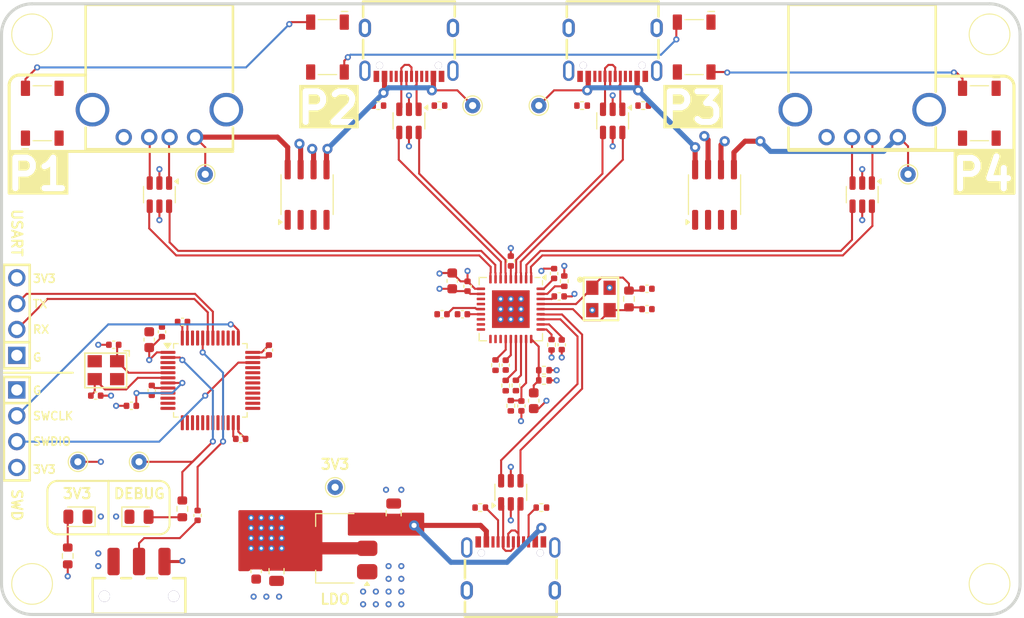
<source format=kicad_pcb>
(kicad_pcb (version 20241229) (generator "pcbnew") (generator_version "9.0")
  (layers (0 "F.Cu" signal) (4 "In1.Cu" signal) (6 "In2.Cu" signal) (2 "B.Cu" signal) (13 "F.Paste" user) (15 "B.Paste" user) (5 "F.SilkS" user "F.Silkscreen") (7 "B.SilkS" user "B.Silkscreen") (1 "F.Mask" user) (3 "B.Mask" user) (25 "Edge.Cuts" user))
  (net 0 "")
  (net 1 "+3V3")
  (net 2 "GND")
  (net 3 "Net-(U1-XTALOUT)")
  (net 4 "Net-(U1-VBUS_DET)")
  (net 5 "Net-(U1-PLLFILT)")
  (net 6 "Net-(U1-XTALIN{slash}CLKIN)")
  (net 7 "Net-(U1-CRFILT)")
  (net 8 "VBUS")
  (net 9 "Net-(U1-RESET_N)")
  (net 10 "/NRST")
  (net 11 "/HSE_IN")
  (net 12 "/HSE_OUT")
  (net 13 "/PWR_LED")
  (net 14 "/DEBUG_LED")
  (net 15 "/LED_DATA")
  (net 16 "Net-(D3-DOUT)")
  (net 17 "Net-(D4-DOUT)")
  (net 18 "Net-(D5-DOUT)")
  (net 20 "Net-(J1-D--PadA7)")
  (net 21 "Net-(J1-D+-PadA6)")
  (net 22 "Net-(J1-CC2)")
  (net 25 "Net-(J1-CC1)")
  (net 26 "Net-(J2-D--PadA7)")
  (net 27 "Net-(J2-D+-PadA6)")
  (net 28 "Net-(J2-CC2)")
  (net 29 "Net-(J2-CC1)")
  (net 30 "VBUS_1")
  (net 33 "Net-(J3-CC1)")
  (net 35 "Net-(J3-CC2)")
  (net 36 "Net-(J3-D--PadA7)")
  (net 37 "VBUS_2")
  (net 39 "Net-(J3-D+-PadA6)")
  (net 40 "Net-(J4-D+)")
  (net 41 "VBUS_3")
  (net 42 "Net-(J4-D-)")
  (net 43 "Net-(J5-D+)")
  (net 44 "VBUS_4")
  (net 45 "Net-(J5-D-)")
  (net 46 "/USART_TX")
  (net 47 "/USART_RX")
  (net 48 "/SWCLK")
  (net 49 "/SWDIO")
  (net 50 "Net-(U1-HS_IND{slash}CFG_SEL1)")
  (net 51 "Net-(U1-RBIAS)")
  (net 52 "Net-(U1-SUSP_IND{slash}LOCAL_PWR{slash}NON_REM0)")
  (net 53 "Net-(U1-SDA{slash}SMBDATA{slash}NON_REM1)")
  (net 54 "Net-(U1-SCL{slash}SMBCLK{slash}CFG_SEL0)")
  (net 55 "/SW_BOOT0")
  (net 56 "/BOOT0")
  (net 57 "/DEBUG")
  (net 58 "/DOWN_3_D+")
  (net 59 "/EN2")
  (net 60 "/DOWN_4_D+")
  (net 61 "/DOWN_2_D-")
  (net 62 "/UP_D+")
  (net 63 "/DOWN_4_D-")
  (net 64 "/DOWN_1_D+")
  (net 65 "/OCS_N3")
  (net 66 "/DOWN_1_D-")
  (net 67 "/OCS_N4")
  (net 68 "/EN3")
  (net 69 "/UP_D-")
  (net 70 "/OCS_N2")
  (net 71 "/DOWN_3_D-")
  (net 72 "/EN1")
  (net 73 "/DOWN_2_D+")
  (net 74 "/OCS_N1")
  (net 75 "/EN4")
  (footprint "Resistor_SMD:R_0603_1608Metric" (layer "F.Cu") (at 160.1 104 90)
    (property "Reference" "R9" (hide yes))
    (property "Value" "1M" (hide yes))
  )
  (footprint "libs:USB-A-TH_USB-231-ARY" (layer "F.Cu") (at 114 86.75 180)
    (property "Reference" "J4" (hide yes))
    (property "Value" "USB_A" (hide yes))
  )
  (footprint "Resistor_SMD:R_0402_1005Metric" (layer "F.Cu") (at 153.75 102.25 -90)
    (property "Reference" "R10" (hide yes))
    (property "Value" "12k" (hide yes))
  )
  (footprint "Capacitor_SMD:C_0603_1608Metric" (layer "F.Cu") (at 113 108 90)
    (property "Reference" "C15" (hide yes))
    (property "Value" "10u" (hide yes))
  )
  (footprint "Capacitor_SMD:C_0402_1005Metric" (layer "F.Cu") (at 116.27 106.25)
    (property "Reference" "C18" (hide yes))
    (property "Value" "100n" (hide yes))
  )
  (footprint "TestPoint:TestPoint_THTPad_D1.5mm_Drill0.7mm" (layer "F.Cu") (at 151.25 85)
    (property "Reference" "TP4" (hide yes))
    (property "Value" "TestPoint" (hide yes))
  )
  (footprint "Capacitor_SMD:C_0603_1608Metric" (layer "F.Cu") (at 123.5 130.75 -90)
    (property "Reference" "C1" (hide yes))
    (property "Value" "100n" (hide yes))
  )
  (footprint "Capacitor_SMD:C_0402_1005Metric" (layer "F.Cu") (at 117.75 125.27 90)
    (property "Reference" "R17" (hide yes))
    (property "Value" "10k" (hide yes))
  )
  (footprint "LED_SMD:LED_WS2812B_PLCC4_5.0x5.0mm_P3.2mm" (layer "F.Cu") (at 102.5 85.75 -90)
    (property "Reference" "D3" (hide yes))
    (property "Value" "WS2812B" (hide yes))
  )
  (footprint "MountingHole:MountingHole_2.2mm_M2" (layer "F.Cu") (at 195.5 78)
    (property "Reference" "H2" (hide yes))
    (property "Value" "MountingHole" (hide yes))
  )
  (footprint "Capacitor_SMD:C_0402_1005Metric" (layer "F.Cu") (at 152.75 101.5 90)
    (property "Reference" "C4" (hide yes))
    (property "Value" "100n" (hide yes))
  )
  (footprint "MountingHole:MountingHole_2.2mm_M2" (layer "F.Cu") (at 101.5 132)
    (property "Reference" "H4" (hide yes))
    (property "Value" "MountingHole" (hide yes))
  )
  (footprint "Package_SO:SOIC-8_3.9x4.9mm_P1.27mm" (layer "F.Cu") (at 168.5 93.75 90)
    (property "Reference" "U7" (hide yes))
    (property "Value" "MIC2026-1YM" (hide yes))
  )
  (footprint "Capacitor_SMD:C_0402_1005Metric" (layer "F.Cu") (at 149.54 114.51 -90)
    (property "Reference" "C14" (hide yes))
    (property "Value" "100n" (hide yes))
  )
  (footprint "TestPoint:TestPoint_THTPad_D1.5mm_Drill0.7mm" (layer "F.Cu") (at 131.25 122.5)
    (property "Reference" "TP2" (hide yes))
    (property "Value" "TestPoint" (hide yes))
  )
  (footprint "Capacitor_SMD:C_0402_1005Metric" (layer "F.Cu") (at 148.5 100.27 90)
    (property "Reference" "C3" (hide yes))
    (property "Value" "100n" (hide yes))
  )
  (footprint "Resistor_SMD:R_0603_1608Metric" (layer "F.Cu") (at 105 129.25 90)
    (property "Reference" "R5" (hide yes))
    (property "Value" "750R" (hide yes))
  )
  (footprint "Resistor_SMD:R_0402_1005Metric" (layer "F.Cu") (at 151.75 111 180)
    (property "Reference" "R6" (hide yes))
    (property "Value" "100k" (hide yes))
  )
  (footprint "Package_QFP:LQFP-48_7x7mm_P0.5mm" (layer "F.Cu") (at 119 112)
    (property "Reference" "U10" (hide yes))
    (property "Value" "STM32F103C8T6" (hide yes))
  )
  (footprint "Resistor_SMD:R_0402_1005Metric" (layer "F.Cu") (at 151.75 112)
    (property "Reference" "R7" (hide yes))
    (property "Value" "100k" (hide yes))
  )
  (footprint "libs:CRYSTAL-SMD_4P-L3.2-W2.5-BL_SIT8008BI" (layer "F.Cu") (at 157.35 104 -90)
    (property "Reference" "Y1" (hide yes))
    (property "Value" "24MHz" (hide yes))
  )
  (footprint "Capacitor_SMD:C_0402_1005Metric" (layer "F.Cu") (at 161.87 105)
    (property "Reference" "C2" (hide yes))
    (property "Value" "18p" (hide yes))
  )
  (footprint "Resistor_SMD:R_0402_1005Metric" (layer "F.Cu") (at 152.5 108.5 90)
    (property "Reference" "R14" (hide yes))
    (property "Value" "100k" (hide yes))
  )
  (footprint "libs:USB-C-SMD_TYPE-C-6PIN-2MD-073" (layer "F.Cu") (at 158.5 79.75 180)
    (property "Reference" "J3" (hide yes))
    (property "Value" "USB_C_Receptacle_USB2.0_16P" (hide yes))
  )
  (footprint "Capacitor_SMD:C_0402_1005Metric" (layer "F.Cu") (at 109.52 108.5 180)
    (property "Reference" "C24" (hide yes))
    (property "Value" "10p" (hide yes))
  )
  (footprint "Package_DFN_QFN:QFN-36-1EP_6x6mm_P0.5mm_EP3.7x3.7mm" (layer "F.Cu") (at 148.5 105 -90)
    (property "Reference" "U1" (hide yes))
    (property "Value" "USB2514B_Bi" (hide yes))
  )
  (footprint "Capacitor_SMD:C_0402_1005Metric" (layer "F.Cu") (at 148 110.5 -90)
    (property "Reference" "C5" (hide yes))
    (property "Value" "100n" (hide yes))
  )
  (footprint "Capacitor_SMD:C_0402_1005Metric" (layer "F.Cu") (at 124.75 109.02 -90)
    (property "Reference" "C17" (hide yes))
    (property "Value" "100n" (hide yes))
  )
  (footprint "libs:USB-C-SMD_TYPE-C-6PIN-2MD-073" (layer "F.Cu") (at 138.5 79.75 180)
    (property "Reference" "J2" (hide yes))
    (property "Value" "USB_C_Receptacle_USB2.0_16P" (hide yes))
  )
  (footprint "Capacitor_SMD:C_0402_1005Metric" (layer "F.Cu") (at 107.75 113.5)
    (property "Reference" "C25" (hide yes))
    (property "Value" "10p" (hide yes))
  )
  (footprint "Capacitor_SMD:C_0805_2012Metric" (layer "F.Cu") (at 137 125.05 90)
    (property "Reference" "C12" (hide yes))
    (property "Value" "22u" (hide yes))
  )
  (footprint "Capacitor_SMD:C_0402_1005Metric" (layer "F.Cu") (at 121.98 117.75 180)
    (property "Reference" "C16" (hide yes))
    (property "Value" "100n" (hide yes))
  )
  (footprint "Capacitor_SMD:C_0402_1005Metric" (layer "F.Cu") (at 143.75 105.5 180)
    (property "Reference" "C20" (hide yes))
    (property "Value" "100n" (hide yes))
  )
  (footprint "Capacitor_SMD:C_0603_1608Metric" (layer "F.Cu") (at 150.75 114 -90)
    (property "Reference" "C8" (hide yes))
    (property "Value" "1u" (hide yes))
  )
  (footprint "Resistor_SMD:R_0402_1005Metric" (layer "F.Cu") (at 147 110.5 90)
    (property "Reference" "R15" (hide yes))
    (property "Value" "100k" (hide yes))
  )
  (footprint "Resistor_SMD:R_0402_1005Metric" (layer "F.Cu") (at 148.5 114.49 -90)
    (property "Reference" "R11" (hide yes))
    (property "Value" "100k" (hide yes))
  )
  (footprint "libs:HDR-TH_4P-P2.54-V-M" (layer "F.Cu") (at 100 105.73 90)
    (property "Reference" "J7" (hide yes))
    (property "Value" "Conn_01x04_Pin" (hide yes))
  )
  (footprint "Resistor_SMD:R_0603_1608Metric" (layer "F.Cu") (at 116.25 124.625 -90)
    (property "Reference" "R18" (hide yes))
    (property "Value" "1k" (hide yes))
  )
  (footprint "LED_SMD:LED_WS2812B_PLCC4_5.0x5.0mm_P3.2mm" (layer "F.Cu") (at 166.5 79.25 90)
    (property "Reference" "D5" (hide yes))
    (property "Value" "WS2812B" (hide yes))
  )
  (footprint "Capacitor_SMD:C_0402_1005Metric" (layer "F.Cu") (at 113.25 112.98 90)
    (property "Reference" "C19" (hide yes))
    (property "Value" "100n" (hide yes))
  )
  (footprint "LED_SMD:LED_0805_2012Metric" (layer "F.Cu") (at 112 125.4)
    (property "Reference" "D2" (hide yes))
    (property "Value" "YELLOW" (hide yes))
  )
  (footprint "TestPoint:TestPoint_THTPad_D1.5mm_Drill0.7mm" (layer "F.Cu") (at 187.5 91.75)
    (property "Reference" "TP7" (hide yes))
    (property "Value" "TestPoint" (hide yes))
  )
  (footprint "Resistor_SMD:R_0402_1005Metric" (layer "F.Cu") (at 151.5 124.5)
    (property "Reference" "R2" (hide yes))
    (property "Value" "5.1k" (hide yes))
  )
  (footprint "Capacitor_SMD:C_0402_1005Metric" (layer "F.Cu") (at 153.25 103.75)
    (property "Reference" "C9" (hide yes))
    (property "Value" "100n" (hide yes))
  )
  (footprint "LED_SMD:LED_WS2812B_PLCC4_5.0x5.0mm_P3.2mm" (layer "F.Cu") (at 130.5 79.25 90)
    (property "Reference" "D4" (hide yes))
    (property "Value" "WS2812B" (hide yes))
  )
  (footprint "Capacitor_SMD:C_0603_1608Metric" (layer "F.Cu") (at 142.75 102.225 -90)
    (property "Reference" "C7" (hide yes))
    (property "Value" "1u" (hide yes))
  )
  (footprint "Resistor_SMD:R_0402_1005Metric" (layer "F.Cu") (at 161.5 85)
    (property "Reference" "R3" (hide yes))
    (property "Value" "56k" (hide yes))
  )
  (footprint "libs:USB-C-SMD_TYPE-C-6PIN-2MD-073" (layer "F.Cu") (at 148.5 130.25)
    (property "Reference" "J1" (hide yes))
    (property "Value" "USB_C_Receptacle_USB2.0_16P" (hide yes))
  )
  (footprint "TestPoint:TestPoint_THTPad_D1.5mm_Drill0.7mm" (layer "F.Cu") (at 112 120)
    (property "Reference" "TP5" (hide yes))
    (property "Value" "TestPoint" (hide yes))
  )
  (footprint "Capacitor_SMD:C_0402_1005Metric" (layer "F.Cu") (at 111.25 114.5 180)
    (property "Reference" "C23" (hide yes))
    (property "Value" "100n" (hide yes))
  )
  (footprint "Package_TO_SOT_SMD:SOT-23-6" (layer "F.Cu") (at 183 93.75 -90)
    (property "Reference" "U8" (hide yes))
    (property "Value" "USBLC6-2SC6" (hide yes))
  )
  (footprint "Resistor_SMD:R_0402_1005Metric" (layer "F.Cu") (at 145.5 124.5 180)
    (property "Reference" "R1" (hide yes))
    (property "Value" "5.1k" (hide yes))
  )
  (footprint "MountingHole:MountingHole_2.2mm_M2" (layer "F.Cu") (at 195.5 132)
    (property "Reference" "H3" (hide yes))
    (property "Value" "MountingHole" (hide yes))
  )
  (footprint "Capacitor_SMD:C_0402_1005Metric" (layer "F.Cu") (at 153.5 108.5 -90)
    (property "Reference" "C6" (hide yes))
    (property "Value" "100n" (hide yes))
  )
  (footprint "LED_SMD:LED_WS2812B_PLCC4_5.0x5.0mm_P3.2mm" (layer "F.Cu") (at 194.5 85.75 90)
    (property "Reference" "D6" (hide yes))
    (property "Value" "WS2812B" (hide yes))
  )
  (footprint "Package_TO_SOT_SMD:SOT-23-6" (layer "F.Cu") (at 138.5 86.5 -90)
    (property "Reference" "U4" (hide yes))
    (property "Value" "USBLC6-2SC6" (hide yes))
  )
  (footprint "libs:HDR-TH_4P-P2.54-V-M" (layer "F.Cu") (at 100 116.75 -90)
    (property "Reference" "J8" (hide yes))
    (property "Value" "Conn_01x04_Pin" (hide yes))
  )
  (footprint "Resistor_SMD:R_0402_1005Metric" (layer "F.Cu") (at 149 112.5 90)
    (property "Reference" "R4" (hide yes))
    (property "Value" "100k" (hide yes))
  )
  (footprint "MountingHole:MountingHole_2.2mm_M2" (layer "F.Cu") (at 101.5 78)
    (property "Reference" "H1" (hide yes))
    (property "Value" "MountingHole" (hide yes))
  )
  (footprint "Capacitor_SMD:C_0402_1005Metric" (layer "F.Cu") (at 114.25 107.23 90)
    (property "Reference" "C22" (hide yes))
    (property "Value" "100n" (hide yes))
  )
  (footprint "LED_SMD:LED_0805_2012Metric" (layer "F.Cu") (at 106 125.4 180)
    (property "Reference" "D1" (hide yes))
    (property "Value" "GREEN" (hide yes))
  )
  (footprint "Package_TO_SOT_SMD:SOT-23-6" (layer "F.Cu") (at 158.5 86.5 -90)
    (property "Reference" "U5" (hide yes))
    (property "Value" "USBLC6-2SC6" (hide yes))
  )
  (footprint "TestPoint:TestPoint_THTPad_D1.5mm_Drill0.7mm" (layer "F.Cu") (at 106 120)
    (property "Reference" "TP1" (hide yes))
    (property "Value" "TestPoint" (hide yes))
  )
  (footprint "Resistor_SMD:R_0402_1005Metric" (layer "F.Cu") (at 155.5 85 180)
    (property "Reference" "R8" (hide yes))
    (property "Value" "56k" (hide yes))
  )
  (footprint "Capacitor_SMD:C_0805_2012Metric" (layer "F.Cu") (at 125.5 130.75 -90)
    (property "Reference" "C13" (hide yes))
    (property "Value" "22u" (hide yes))
  )
  (footprint "Package_TO_SOT_SMD:SOT-23-6" (layer "F.Cu") (at 114 93.75 -90)
    (property "Reference" "U6" (hide yes))
    (property "Value" "USBLC6-2SC6" (hide yes))
  )
  (footprint "Resistor_SMD:R_0402_1005Metric" (layer "F.Cu") (at 148 112.51 90)
    (property "Reference" "R16" (hide yes))
    (property "Value" "100k" (hide yes))
  )
  (footprint "Resistor_SMD:R_0402_1005Metric" (layer "F.Cu") (at 135.5 85 180)
    (property "Reference" "R12" (hide yes))
    (property "Value" "56k" (hide yes))
  )
  (footprint "Capacitor_SMD:C_0402_1005Metric" (layer "F.Cu") (at 161.87 103)
    (property "Reference" "C10" (hide yes))
    (property "Value" "18p" (hide yes))
  )
  (footprint "TestPoint:TestPoint_THTPad_D1.5mm_Drill0.7mm" (layer "F.Cu") (at 118.5 91.75)
    (property "Reference" "TP6" (hide yes))
    (property "Value" "TestPoint" (hide yes))
  )
  (footprint "TestPoint:TestPoint_THTPad_D1.5mm_Drill0.7mm" (layer "F.Cu") (at 144.75 85)
    (property "Reference" "TP3" (hide yes))
    (property "Value" "TestPoint" (hide yes))
  )
  (footprint "Resistor_SMD:R_0402_1005Metric" (layer "F.Cu") (at 141.5 85)
    (property "Reference" "R13" (hide yes))
    (property "Value" "56k" (hide yes))
  )
  (footprint "Package_SO:SOIC-8_3.9x4.9mm_P1.27mm" (layer "F.Cu") (at 128.5 93.75 90)
    (property "Reference" "U9" (hide yes))
    (property "Value" "MIC2026-1YM" (hide yes))
  )
  (footprint "libs:SW-SMD_K3-1280S-K1" (layer "F.Cu") (at 112 129.8 -90)
    (property "Reference" "SW1" (hide yes))
    (property "Value" "SW_SPDT" (hide yes))
  )
  (footprint "libs:USB-A-TH_USB-231-ARY" (layer "F.Cu") (at 183 86.75 180)
    (property "Reference" "J5" (hide yes))
    (property "Value" "USB_A" (hide yes))
  )
  (footprint "Capacitor_SMD:C_0402_1005Metric" (layer "F.Cu") (at 144.25 102.75 -90)
    (property "Reference" "C21" (hide yes))
    (property "Value" "100n" (hide yes))
  )
  (footprint "Package_TO_SOT_SMD:SOT-23-6" (layer "F.Cu") (at 148.5 123 90)
    (property "Reference" "U3" (hide yes))
    (property "Value" "USBLC6-2SC6" (hide yes))
  )
  (footprint "libs:OSC-SMD_4P-L3.2-W2.5-BL" (layer "F.Cu") (at 108.75 111 180)
    (property "Reference" "Y2" (hide yes))
    (property "Value" "16MHz" (hide yes))
  )
  (footprint "Capacitor_SMD:C_0402_1005Metric" (layer "F.Cu") (at 141.75 105.5 180)
    (property "Reference" "C11" (hide yes))
    (property "Value" "100n" (hide yes))
  )
  (footprint "Package_TO_SOT_SMD:SOT-223-3_TabPin2" (layer "F.Cu") (at 131.25 128.5 180)
    (property "Reference" "U2" (hide yes))
    (property "Value" "AMS1117-3.3" (hide yes))
  )
  (gr_line (start 115 126.125) (end 115 122.875) (stroke (width 0.2)) (layer "F.SilkS"))
  (gr_arc (start 103 122.875) (mid 103.292893 122.167893) (end 104 121.875) (stroke (width 0.2)) (layer "F.SilkS"))
  (gr_arc (start 114 121.875) (mid 114.707107 122.167893) (end 115 122.875) (stroke (width 0.2)) (layer "F.SilkS"))
  (gr_circle (center 195.5 132) (end 197.5 132) (stroke (width 0.1)) (fill no) (layer "F.SilkS"))
  (gr_line (start 106.75 82) (end 100.25 82) (stroke (width 0.3)) (layer "F.SilkS"))
  (gr_line (start 197.9 83.1) (end 197.9 93.62) (stroke (width 0.3)) (layer "F.SilkS"))
  (gr_circle (center 101.5 132) (end 103.5 132) (stroke (width 0.1)) (fill no) (layer "F.SilkS"))
  (gr_line (start 104 121.875) (end 114 121.875) (stroke (width 0.2)) (layer "F.SilkS"))
  (gr_line (start 190.3 82.1) (end 196.8 82.1) (stroke (width 0.3)) (layer "F.SilkS"))
  (gr_arc (start 99.25 83) (mid 99.542893 82.292893) (end 100.25 82) (stroke (width 0.3)) (layer "F.SilkS"))
  (gr_line (start 175.8 89.4) (end 197.75 89.4) (stroke (width 0.3)) (layer "F.SilkS"))
  (gr_circle (center 101.5 78) (end 103.5 78) (stroke (width 0.1)) (fill no) (layer "F.SilkS"))
  (gr_line (start 109 127.125) (end 109 121.875) (stroke (width 0.2)) (layer "F.SilkS"))
  (gr_line (start 104 127.125) (end 114 127.125) (stroke (width 0.2)) (layer "F.SilkS"))
  (gr_line (start 105.5 111.25) (end 98.5 111.25) (stroke (width 0.2)) (layer "F.SilkS"))
  (gr_line (start 99.25 83) (end 99.25 93.6) (stroke (width 0.3)) (layer "F.SilkS"))
  (gr_line (start 103 126.125) (end 103 122.875) (stroke (width 0.2)) (layer "F.SilkS"))
  (gr_circle (center 195.5 78) (end 197.5 78) (stroke (width 0.1)) (fill no) (layer "F.SilkS"))
  (gr_arc (start 196.9 82.1) (mid 197.607107 82.392893) (end 197.9 83.1) (stroke (width 0.3)) (layer "F.SilkS"))
  (gr_arc (start 115 126.125) (mid 114.707107 126.832107) (end 114 127.125) (stroke (width 0.2)) (layer "F.SilkS"))
  (gr_arc (start 104 127.125) (mid 103.292893 126.832107) (end 103 126.125) (stroke (width 0.2)) (layer "F.SilkS"))
  (gr_line (start 121.2 89.5) (end 99.25 89.5) (stroke (width 0.3)) (layer "F.SilkS"))
  (gr_line (start 98.5 105) (end 98.5 132) (stroke (width 0.3)) (layer "Edge.Cuts"))
  (gr_line (start 98.5 105) (end 98.5 78) (stroke (width 0.3)) (layer "Edge.Cuts"))
  (gr_arc (start 101.5 135) (mid 99.37868 134.12132) (end 98.5 132) (stroke (width 0.3)) (layer "Edge.Cuts"))
  (gr_arc (start 198.5 132) (mid 197.62132 134.12132) (end 195.5 135) (stroke (width 0.3)) (layer "Edge.Cuts"))
  (gr_arc (start 98.5 78) (mid 99.37868 75.87868) (end 101.5 75) (stroke (width 0.3)) (layer "Edge.Cuts"))
  (gr_line (start 101.5 75) (end 195.5 75) (stroke (width 0.3)) (layer "Edge.Cuts"))
  (gr_arc (start 195.5 75) (mid 197.62132 75.87868) (end 198.5 78) (stroke (width 0.3)) (layer "Edge.Cuts"))
  (gr_line (start 101.5 135) (end 195.5 135) (stroke (width 0.3)) (layer "Edge.Cuts"))
  (gr_line (start 198.5 105) (end 198.5 78) (stroke (width 0.3)) (layer "Edge.Cuts"))
  (gr_line (start 198.5 105) (end 198.5 132) (stroke (width 0.3)) (layer "Edge.Cuts"))
  (gr_text "USART" (at 100 97.5 270) (layer "F.SilkS") (effects (font (size 1 1) (thickness 0.2) (bold yes))))
  (gr_text "P3" (at 163 87 0) (layer "F.SilkS" knockout) (effects (font (size 3 3) (thickness 0.6) (bold yes)) (justify left bottom)))
  (gr_text "G" (at 101.5 109.75 0) (layer "F.SilkS") (effects (font (size 0.8 0.8)) (justify left)))
  (gr_text "G" (at 101.5 113 0) (layer "F.SilkS") (effects (font (size 0.8 0.8)) (justify left)))
  (gr_text "LDO" (at 131.25 133.5 0) (layer "F.SilkS") (effects (font (size 1 1) (thickness 0.2) (bold yes))))
  (gr_text "SWCLK" (at 101.5 115.5 0) (layer "F.SilkS") (effects (font (size 0.8 0.8)) (justify left)))
  (gr_text "3V3\n" (at 101.5 120.75 0) (layer "F.SilkS") (effects (font (size 0.8 0.8)) (justify left)))
  (gr_text "DEBUG" (at 112.025 123.125 0) (layer "F.SilkS") (effects (font (size 1 1) (thickness 0.2) (bold yes))))
  (gr_text "RX" (at 101.5 107 0) (layer "F.SilkS") (effects (font (size 0.8 0.8)) (justify left)))
  (gr_text "3V3" (at 101.5 102 0) (layer "F.SilkS") (effects (font (size 0.8 0.8)) (justify left)))
  (gr_text "P2" (at 127.25 87 0) (layer "F.SilkS" knockout) (effects (font (size 3 3) (thickness 0.6) (bold yes)) (justify left bottom)))
  (gr_text "SWD" (at 100 124.25 270) (layer "F.SilkS") (effects (font (size 1 1) (thickness 0.2) (bold yes))))
  (gr_text "P1" (at 98.75 93.51 0) (layer "F.SilkS" knockout) (effects (font (size 3 3) (thickness 0.6) (bold yes)) (justify left bottom)))
  (gr_text "3V3" (at 105.925 123.125 0) (layer "F.SilkS") (effects (font (size 1 1) (thickness 0.2) (bold yes))))
  (gr_text "SWDIO" (at 101.5 118 0) (layer "F.SilkS") (effects (font (size 0.8 0.8)) (justify left)))
  (gr_text "P4" (at 191.5 93.53 0) (layer "F.SilkS" knockout) (effects (font (size 3 3) (thickness 0.6) (bold yes)) (justify left bottom)))
  (gr_text "3V3" (at 131.25 120.25 0) (layer "F.SilkS") (effects (font (size 1 1) (thickness 0.2) (bold yes))))
  (gr_text "TX" (at 101.5 104.5 0) (layer "F.SilkS") (effects (font (size 0.8 0.8)) (justify left)))
  (segment (start 116.2 129.8) (end 116.25 129.75) (width 0.3) (layer "F.Cu") (net 1))
  (segment (start 153.5 107.740001) (end 152.259999 106.5) (width 0.2) (layer "F.Cu") (net 1))
  (segment (start 105 130.075) (end 105 131.25) (width 0.2) (layer "F.Cu") (net 1))
  (segment (start 113.75 109.25) (end 114.8375 109.25) (width 0.2) (layer "F.Cu") (net 1))
  (segment (start 113 110) (end 113.75 109.25) (width 0.2) (layer "F.Cu") (net 1))
  (segment (start 123.1625 109.25) (end 124.04 109.25) (width 0.2) (layer "F.Cu") (net 1))
  (segment (start 116.25 106.71) (end 115.79 106.25) (width 0.2) (layer "F.Cu") (net 1))
  (segment (start 143.57 102.27) (end 142.75 101.45) (width 0.2) (layer "F.Cu") (net 1))
  (segment (start 151.73 103) (end 152.75 101.98) (width 0.2) (layer "F.Cu") (net 1))
  (segment (start 113 108.775) (end 113 110) (width 0.2) (layer "F.Cu") (net 1))
  (segment (start 144.25 102.27) (end 143.57 102.27) (width 0.2) (layer "F.Cu") (net 1))
  (segment (start 141.55 101.45) (end 141.5 101.5) (width 0.2) (layer "F.Cu") (net 1))
  (segment (start 121.75 116.1625) (end 121.75 117.04) (width 0.2) (layer "F.Cu") (net 1))
  (segment (start 134.4 128.5) (end 128.1 128.5) (width 1.2) (layer "F.Cu") (net 1))
  (segment (start 142.75 101.45) (end 141.55 101.45) (width 0.2) (layer "F.Cu") (net 1))
  (segment (start 144.23 105.5) (end 145.5625 105.5) (width 0.2) (layer "F.Cu") (net 1))
  (segment (start 121.75 117.04) (end 122.46 117.75) (width 0.2) (layer "F.Cu") (net 1))
  (segment (start 148.5 102.0625) (end 148.5 100.75) (width 0.2) (layer "F.Cu") (net 1))
  (segment (start 153.5 108.02) (end 153.5 107.740001) (width 0.2) (layer "F.Cu") (net 1))
  (segment (start 144.25 102.27) (end 144.25 101.25) (width 0.2) (layer "F.Cu") (net 1))
  (segment (start 116.25 107.8375) (end 116.25 106.71) (width 0.2) (layer "F.Cu") (net 1))
  (segment (start 124.04 109.25) (end 124.75 108.54) (width 0.2) (layer "F.Cu") (net 1))
  (segment (start 113 108.775) (end 113.185 108.775) (width 0.2) (layer "F.Cu") (net 1))
  (segment (start 113.25 113.46) (end 113.46 113.25) (width 0.2) (layer "F.Cu") (net 1))
  (segment (start 151.4375 103) (end 151.73 103) (width 0.2) (layer "F.Cu") (net 1))
  (segment (start 113.185 108.775) (end 114.25 107.71) (width 0.2) (layer "F.Cu") (net 1))
  (segment (start 148 110.02) (end 148.5 109.52) (width 0.2) (layer "F.Cu") (net 1))
  (segment (start 144.98 103) (end 144.25 102.27) (width 0.2) (layer "F.Cu") (net 1))
  (segment (start 145.5625 103) (end 144.98 103) (width 0.2) (layer "F.Cu") (net 1))
  (segment (start 152.259999 106.5) (end 151.4375 106.5) (width 0.2) (layer "F.Cu") (net 1))
  (segment (start 148.5 109.52) (end 148.5 107.9375) (width 0.2) (layer "F.Cu") (net 1))
  (segment (start 114.5 129.8) (end 116.2 129.8) (width 0.3) (layer "F.Cu") (net 1))
  (segment (start 113.46 113.25) (end 114.8375 113.25) (width 0.2) (layer "F.Cu") (net 1))
  (via (at 125 128.5) (size 0.6) (drill 0.3) (layers "F.Cu" "B.Cu") (net 1))
  (via (at 123 128.5) (size 0.6) (drill 0.3) (layers "F.Cu" "B.Cu") (net 1))
  (via (at 126 126.5) (size 0.6) (drill 0.3) (layers "F.Cu" "B.Cu") (net 1))
  (via (at 126 127.5) (size 0.6) (drill 0.3) (layers "F.Cu" "B.Cu") (net 1))
  (via (at 123 125.5) (size 0.6) (drill 0.3) (layers "F.Cu" "B.Cu") (net 1))
  (via (at 124 127.5) (size 0.6) (drill 0.3) (layers "F.Cu" "B.Cu") (net 1))
  (via (at 124 126.5) (size 0.6) (drill 0.3) (layers "F.Cu" "B.Cu") (net 1))
  (via (at 123 126.5) (size 0.6) (drill 0.3) (layers "F.Cu" "B.Cu") (net 1))
  (via (at 113 110) (size 0.6) (drill 0.3) (layers "F.Cu" "B.Cu") (net 1))
  (via (at 124 128.5) (size 0.6) (drill 0.3) (layers "F.Cu" "B.Cu") (net 1))
  (via (at 116.25 129.75) (size 0.6) (drill 0.3) (layers "F.Cu" "B.Cu") (net 1))
  (via (at 124 125.5) (size 0.6) (drill 0.3) (layers "F.Cu" "B.Cu") (net 1))
  (via (at 126 128.5) (size 0.6) (drill 0.3) (layers "F.Cu" "B.Cu") (net 1))
  (via (at 144.25 101.25) (size 0.6) (drill 0.3) (layers "F.Cu" "B.Cu") (net 1))
  (via (at 141.5 101.5) (size 0.6) (drill 0.3) (layers "F.Cu" "B.Cu") (net 1))
  (via (at 125 127.5) (size 0.6) (drill 0.3) (layers "F.Cu" "B.Cu") (net 1))
  (via (at 123 127.5) (size 0.6) (drill 0.3) (layers "F.Cu" "B.Cu") (net 1))
  (via (at 105 131.25) (size 0.6) (drill 0.3) (layers "F.Cu" "B.Cu") (net 1))
  (via (at 125 125.5) (size 0.6) (drill 0.3) (layers "F.Cu" "B.Cu") (net 1))
  (via (at 126 125.5) (size 0.6) (drill 0.3) (layers "F.Cu" "B.Cu") (net 1))
  (via (at 125 126.5) (size 0.6) (drill 0.3) (layers "F.Cu" "B.Cu") (net 1))
  (segment (start 151.73 101.02) (end 151.5 101.25) (width 0.2) (layer "F.Cu") (net 2))
  (segment (start 150.75 114.775) (end 151.225 114.775) (width 0.2) (layer "F.Cu") (net 2))
  (segment (start 148.5 124.1375) (end 148.5 125.75) (width 0.2) (layer "F.Cu") (net 2))
  (segment (start 124.75 109.5) (end 124.5 109.75) (width 0.2) (layer "F.Cu") (net 2))
  (segment (start 124.5 109.75) (end 123.1625 109.75) (width 0.2) (layer "F.Cu") (net 2))
  (segment (start 151.225 114.775) (end 152 114) (width 0.2) (layer "F.Cu") (net 2))
  (segment (start 144.25 103.23) (end 142.98 103.23) (width 0.2) (layer "F.Cu") (net 2))
  (segment (start 153.5 108.98) (end 153.5 109.75) (width 0.2) (layer "F.Cu") (net 2))
  (segment (start 152.75 101.02) (end 151.73 101.02) (width 0.2) (layer "F.Cu") (net 2))
  (segment (start 116.75 106.25) (end 116.75 107.8375) (width 0.2) (layer "F.Cu") (net 2))
  (segment (start 158.5 85.3625) (end 158.5 84) (width 0.2) (layer "F.Cu") (net 2))
  (segment (start 129.135 89.385) (end 129 89.25) (width 0.5) (layer "F.Cu") (net 2))
  (segment (start 149.54 114.99) (end 149.54 115.96) (width 0.2) (layer "F.Cu") (net 2))
  (segment (start 153.75 101.74) (end 153.75 100.75) (width 0.2) (layer "F.Cu") (net 2))
  (segment (start 110.77 114.5) (end 109.75 114.5) (width 0.2) (layer "F.Cu") (net 2))
  (segment (start 114 92.6125) (end 114 91.25) (width 0.2) (layer "F.Cu") (net 2))
  (segment (start 154.5 103.75) (end 154.75 103.5) (width 0.2) (layer "F.Cu") (net 2))
  (segment (start 152.5 109.01) (end 152.5 109.75) (width 0.2) (layer "F.Cu") (net 2))
  (segment (start 138.5 85.3625) (end 138.5 84) (width 0.2) (layer "F.Cu") (net 2))
  (segment (start 153.73 103.75) (end 154.5 103.75) (width 0.2) (layer "F.Cu") (net 2))
  (segment (start 169.135 91.275) (end 169.135 88.865) (width 0.5) (layer "F.Cu") (net 2))
  (segment (start 152.26 111) (end 153 111) (width 0.2) (layer "F.Cu") (net 2))
  (segment (start 145.5625 103.5) (end 144.52 103.5) (width 0.2) (layer "F.Cu") (net 2))
  (segment (start 121.25 117.5) (end 121.25 116.1625) (width 0.2) (layer "F.Cu") (net 2))
  (segment (start 113.5 112.75) (end 114.8375 112.75) (width 0.2) (layer "F.Cu") (net 2))
  (segment (start 142.75 103) (end 141.5 103) (width 0.2) (layer "F.Cu") (net 2))
  (segment (start 108.23 113.5) (end 109.25 113.5) (width 0.2) (layer "F.Cu") (net 2))
  (segment (start 129.135 91.275) (end 129.135 89.385) (width 0.5) (layer "F.Cu") (net 2))
  (segment (start 113.25 112.5) (end 113.5 112.75) (width 0.2) (layer "F.Cu") (net 2))
  (segment (start 148.5 99.79) (end 148.5 99) (width 0.2) (layer "F.Cu") (net 2))
  (segment (start 144.52 103.5) (end 144.25 103.23) (width 0.2) (layer "F.Cu") (net 2))
  (segment (start 149.54 115.96) (end 149.5 116) (width 0.2) (layer "F.Cu") (net 2))
  (segment (start 142.98 103.23) (end 142.75 103) (width 0.2) (layer "F.Cu") (net 2))
  (segment (start 121.5 117.75) (end 121.25 117.5) (width 0.2) (layer "F.Cu") (net 2))
  (segment (start 169.135 88.865) (end 169.5 88.5) (width 0.5) (layer "F.Cu") (net 2))
  (segment (start 109.04 108.5) (end 108 108.5) (width 0.2) (layer "F.Cu") (net 2))
  (segment (start 183 92.6125) (end 183 91.25) (width 0.2) (layer "F.Cu") (net 2))
  (via (at 134 132.75) (size 0.6) (drill 0.3) (layers "F.Cu" "B.Cu") (net 2))
  (via (at 108 130.25) (size 0.6) (drill 0.3) (layers "F.Cu" "B.Cu") (net 2))
  (via (at 136.5 134) (size 0.6) (drill 0.3) (layers "F.Cu" "B.Cu") (net 2))
  (via (at 134 134) (size 0.6) (drill 0.3) (layers "F.Cu" "B.Cu") (net 2))
  (via (at 114 91.25) (size 0.6) (drill 0.3) (layers "F.Cu" "B.Cu") (net 2))
  (via (at 136.5 131.5) (size 0.6) (drill 0.3) (layers "F.Cu" "B.Cu") (net 2))
  (via (at 141.5 103) (size 0.6) (drill 0.3) (layers "F.Cu" "B.Cu") (net 2))
  (via (at 152.5 109.75) (size 0.6) (drill 0.3) (layers "F.Cu" "B.Cu") (net 2))
  (via (at 147.5 105) (size 0.6) (drill 0.3) (layers "F.Cu" "B.Cu") (net 2))
  (via (at 149.5 104) (size 0.6) (drill 0.3) (layers "F.Cu" "B.Cu") (net 2))
  (via (at 136.5 130.25) (size 0.6) (drill 0.3) (layers "F.Cu" "B.Cu") (net 2))
  (via (at 158.5 84) (size 0.6) (drill 0.3) (layers "F.Cu" "B.Cu") (net 2))
  (via (at 148.5 105) (size 0.6) (drill 0.3) (layers "F.Cu" "B.Cu") (net 2))
  (via (at 136.5 132.75) (size 0.6) (drill 0.3) (layers "F.Cu" "B.Cu") (net 2))
  (via (at 153 111) (size 0.6) (drill 0.3) (layers "F.Cu" "B.Cu") (net 2))
  (via (at 156.5 105.1) (size 0.6) (drill 0.3) (layers "F.Cu" "B.Cu") (net 2))
  (via (at 149.5 106) (size 0.6) (drill 0.3) (layers "F.Cu" "B.Cu") (net 2))
  (via (at 109.75 125.375) (size 0.6) (drill 0.3) (layers "F.Cu" "B.Cu") (net 2))
  (via (at 137.75 131.5) (size 0.6) (drill 0.3) (layers "F.Cu" "B.Cu") (net 2))
  (via (at 147.5 104) (size 0.6) (drill 0.3) (layers "F.Cu" "B.Cu") (net 2))
  (via (at 148.5 104) (size 0.6) (drill 0.3) (layers "F.Cu" "B.Cu") (net 2))
  (via (at 149.5 116) (size 0.6) (drill 0.3) (layers "F.Cu" "B.Cu") (net 2))
  (via (at 135.25 132.75) (size 0.6) (drill 0.3) (layers "F.Cu" "B.Cu") (net 2))
  (via (at 108 129) (size 0.6) (drill 0.3) (layers "F.Cu" "B.Cu") (net 2))
  (via (at 158.2 102.9) (size 0.6) (drill 0.3) (layers "F.Cu" "B.Cu") (net 2))
  (via (at 149.5 105) (size 0.6) (drill 0.3) (layers "F.Cu" "B.Cu") (net 2))
  (via (at 148.5 99) (size 0.6) (drill 0.3) (layers "F.Cu" "B.Cu") (net 2))
  (via (at 124.5 133.25) (size 0.6) (drill 0.3) (layers "F.Cu" "B.Cu") (net 2))
  (via (at 136.25 122.75) (size 0.6) (drill 0.3) (layers "F.Cu" "B.Cu") (net 2))
  (via (at 137.75 134) (size 0.6) (drill 0.3) (layers "F.Cu" "B.Cu") (net 2))
  (via (at 151.5 101.25) (size 0.6) (drill 0.3) (layers "F.Cu" "B.Cu") (net 2))
  (via (at 169.5 88.5) (size 1) (drill 0.5) (layers "F.Cu" "B.Cu") (net 2))
  (via (at 153.5 109.75) (size 0.6) (drill 0.3) (layers "F.Cu" "B.Cu") (net 2))
  (via (at 183 91.25) (size 0.6) (drill 0.3) (layers "F.Cu" "B.Cu") (net 2))
  (via (at 135.25 134) (size 0.6) (drill 0.3) (layers "F.Cu" "B.Cu") (net 2))
  (via (at 123.25 133.25) (size 0.6) (drill 0.3) (layers "F.Cu" "B.Cu") (net 2))
  (via (at 152 114) (size 0.6) (drill 0.3) (layers "F.Cu" "B.Cu") (net 2))
  (via (at 147.5 106) (size 0.6) (drill 0.3) (layers "F.Cu" "B.Cu") (net 2))
  (via (at 137.75 132.75) (size 0.6) (drill 0.3) (layers "F.Cu" "B.Cu") (net 2))
  (via (at 154.75 103.5) (size 0.6) (drill 0.3) (layers "F.Cu" "B.Cu") (net 2))
  (via (at 109.75 114.5) (size 0.6) (drill 0.3) (layers "F.Cu" "B.Cu") (net 2))
  (via (at 138.5 84) (size 0.6) (drill 0.3) (layers "F.Cu" "B.Cu") (net 2))
  (via (at 108 108.5) (size 0.6) (drill 0.3) (layers "F.Cu" "B.Cu") (net 2))
  (via (at 129 89.25) (size 1) (drill 0.5) (layers "F.Cu" "B.Cu") (net 2))
  (via (at 108.25 125.375) (size 0.6) (drill 0.3) (layers "F.Cu" "B.Cu") (net 2))
  (via (at 148.5 125.75) (size 0.6) (drill 0.3) (layers "F.Cu" "B.Cu") (net 2))
  (via (at 137.75 130.25) (size 0.6) (drill 0.3) (layers "F.Cu" "B.Cu") (net 2))
  (via (at 137.75 122.75) (size 0.6) (drill 0.3) (layers "F.Cu" "B.Cu") (net 2))
  (via (at 148.5 106) (size 0.6) (drill 0.3) (layers "F.Cu" "B.Cu") (net 2))
  (via (at 153.75 100.75) (size 0.6) (drill 0.3) (layers "F.Cu" "B.Cu") (net 2))
  (via (at 125.75 133.25) (size 0.6) (drill 0.3) (layers "F.Cu" "B.Cu") (net 2))
  (via (at 109.25 113.5) (size 0.6) (drill 0.3) (layers "F.Cu" "B.Cu") (net 2))
  (segment (start 158.2 105.2) (end 157.299 106.101) (width 0.2) (layer "F.Cu") (net 3))
  (segment (start 154.6 105) (end 151.4375 105) (width 0.2) (layer "F.Cu") (net 3))
  (segment (start 158.2 105.1) (end 159.825 105.1) (width 0.2) (layer "F.Cu") (net 3))
  (segment (start 160.1 104.825) (end 161.215 104.825) (width 0.2) (layer "F.Cu") (net 3))
  (segment (start 157.299 106.101) (end 155.701 106.101) (width 0.2) (layer "F.Cu") (net 3))
  (segment (start 159.825 105.1) (end 160.1 104.825) (width 0.2) (layer "F.Cu") (net 3))
  (segment (start 155.701 106.101) (end 154.6 105) (width 0.2) (layer "F.Cu") (net 3))
  (segment (start 161.215 104.825) (end 161.39 105) (width 0.2) (layer "F.Cu") (net 3))
  (segment (start 158.2 105.1) (end 158.2 105.2) (width 0.2) (layer "F.Cu") (net 3))
  (segment (start 151.24 108.6775) (end 150.5 107.9375) (width 0.2) (layer "F.Cu") (net 4))
  (segment (start 150.75 112.49) (end 151.24 112) (width 0.2) (layer "F.Cu") (net 4))
  (segment (start 151.24 112) (end 151.24 111) (width 0.2) (layer "F.Cu") (net 4))
  (segment (start 150.75 113.225) (end 150.75 112.49) (width 0.2) (layer "F.Cu") (net 4))
  (segment (start 151.24 111) (end 151.24 108.6775) (width 0.2) (layer "F.Cu") (net 4))
  (segment (start 152.52 104) (end 152.77 103.75) (width 0.2) (layer "F.Cu") (net 5))
  (segment (start 151.4375 104) (end 152.52 104) (width 0.2) (layer "F.Cu") (net 5))
  (segment (start 156.5 102.8) (end 157.401 101.899) (width 0.2) (layer "F.Cu") (net 6))
  (segment (start 156.5 102.9) (end 156.5 102.8) (width 0.2) (layer "F.Cu") (net 6))
  (segment (start 160.1 102.5) (end 160.1 103.175) (width 0.2) (layer "F.Cu") (net 6))
  (segment (start 159.499 101.899) (end 157.401 101.899) (width 0.2) (layer "F.Cu") (net 6))
  (segment (start 160.1 103.175) (end 161.215 103.175) (width 0.2) (layer "F.Cu") (net 6))
  (segment (start 154.9 104.5) (end 151.4375 104.5) (width 0.2) (layer "F.Cu") (net 6))
  (segment (start 156.5 102.9) (end 154.9 104.5) (width 0.2) (layer "F.Cu") (net 6))
  (segment (start 161.215 103.175) (end 161.39 103) (width 0.2) (layer "F.Cu") (net 6))
  (segment (start 159.499 101.899) (end 160.1 102.5) (width 0.2) (layer "F.Cu") (net 6))
  (segment (start 142.841 104.889) (end 145.023202 104.889) (width 0.2) (layer "F.Cu") (net 7))
  (segment (start 142.23 105.5) (end 142.841 104.889) (width 0.2) (layer "F.Cu") (net 7))
  (segment (start 145.023202 104.889) (end 145.134202 105) (width 0.2) (layer "F.Cu") (net 7))
  (segment (start 145.134202 105) (end 145.5625 105) (width 0.2) (layer "F.Cu") (net 7))
  (segment (start 146.1 126.82) (end 145.53 126.25) (width 0.5) (layer "F.Cu") (net 8))
  (segment (start 106 120) (end 108.25 120) (width 0.2) (layer "F.Cu") (net 8))
  (segment (start 148.5 121.8625) (end 148.5 120.5) (width 0.2) (layer "F.Cu") (net 8))
  (segment (start 167.865 88.365) (end 167.5 88) (width 0.5) (layer "F.Cu") (net 8))
  (segment (start 127.865 88.865) (end 127.75 88.75) (width 0.5) (layer "F.Cu") (net 8))
  (segment (start 167.865 91.275) (end 167.865 88.365) (width 0.5) (layer "F.Cu") (net 8))
  (segment (start 150.9 127.1) (end 151.5 126.5) (width 0.5) (layer "F.Cu") (net 8))
  (segment (start 127.865 91.275) (end 127.865 88.865) (width 0.5) (layer "F.Cu") (net 8))
  (segment (start 152.26 112) (end 153 112) (width 0.2) (layer "F.Cu") (net 8))
  (segment (start 145.53 126.25) (end 139 126.25) (width 0.5) (layer "F.Cu") (net 8))
  (segment (start 150.9 127.87) (end 150.9 127.1) (width 0.5) (layer "F.Cu") (net 8))
  (segment (start 146.1 127.87) (end 146.1 126.82) (width 0.5) (layer "F.Cu") (net 8))
  (via (at 139 126.25) (size 1) (drill 0.5) (layers "F.Cu" "B.Cu") (net 8))
  (via (at 127.75 88.75) (size 1) (drill 0.5) (layers "F.Cu" "B.Cu") (net 8))
  (via (at 148.5 120.5) (size 0.6) (drill 0.3) (layers "F.Cu" "B.Cu") (net 8))
  (via (at 153 112) (size 0.6) (drill 0.3) (layers "F.Cu" "B.Cu") (net 8))
  (via (at 167.5 88) (size 1) (drill 0.5) (layers "F.Cu" "B.Cu") (net 8))
  (via (at 151.5 126.5) (size 1) (drill 0.5) (layers "F.Cu" "B.Cu") (net 8))
  (via (at 108.25 120) (size 0.6) (drill 0.3) (layers "F.Cu" "B.Cu") (net 8))
  (segment (start 148.129 129.871) (end 142.621 129.871) (width 0.5) (layer "B.Cu") (net 8))
  (segment (start 142.621 129.871) (end 139 126.25) (width 0.5) (layer "B.Cu") (net 8))
  (segment (start 151.5 126.5) (end 148.129 129.871) (width 0.5) (layer "B.Cu") (net 8))
  (segment (start 149.49 113.98) (end 149.54 114.03) (width 0.2) (layer "F.Cu") (net 9))
  (segment (start 148.5 113.98) (end 149.49 113.98) (width 0.2) (layer "F.Cu") (net 9))
  (segment (start 149.54 112.71) (end 150 112.25) (width 0.2) (layer "F.Cu") (net 9))
  (segment (start 150 112.25) (end 150 107.9375) (width 0.2) (layer "F.Cu") (net 9))
  (segment (start 149.54 114.03) (end 149.54 112.71) (width 0.2) (layer "F.Cu") (net 9))
  (segment (start 111.73 114.5) (end 111.73 113.27) (width 0.2) (layer "F.Cu") (net 10))
  (segment (start 114.8375 112.25) (end 116.25 112.25) (width 0.2) (layer "F.Cu") (net 10))
  (segment (start 111.73 113.27) (end 111.75 113.25) (width 0.2) (layer "F.Cu") (net 10))
  (via (at 116.25 112.25) (size 0.6) (drill 0.3) (layers "F.Cu" "B.Cu") (net 10))
  (via (at 111.75 113.25) (size 0.6) (drill 0.3) (layers "F.Cu" "B.Cu") (net 10))
  (segment (start 116.25 112.25) (end 115.25 113.25) (width 0.2) (layer "B.Cu") (net 10))
  (segment (start 115.25 113.25) (end 111.75 113.25) (width 0.2) (layer "B.Cu") (net 10))
  (segment (start 109.85 110.12) (end 110.98 111.25) (width 0.2) (layer "F.Cu") (net 11))
  (segment (start 109.85 110.12) (end 109.85 108.65) (width 0.2) (layer "F.Cu") (net 11))
  (segment (start 110.98 111.25) (end 114.8375 111.25) (width 0.2) (layer "F.Cu") (net 11))
  (segment (start 109.85 108.65) (end 110 108.5) (width 0.2) (layer "F.Cu") (net 11))
  (segment (start 110.743 112.889) (end 108.659 112.889) (width 0.2) (layer "F.Cu") (net 12))
  (segment (start 107.65 113.12) (end 107.27 113.5) (width 0.2) (layer "F.Cu") (net 12))
  (segment (start 108.659 112.889) (end 107.65 111.88) (width 0.2) (layer "F.Cu") (net 12))
  (segment (start 114.8375 111.75) (end 111.882 111.75) (width 0.2) (layer "F.Cu") (net 12))
  (segment (start 111.882 111.75) (end 110.743 112.889) (width 0.2) (layer "F.Cu") (net 12))
  (segment (start 107.65 111.88) (end 107.65 113.12) (width 0.2) (layer "F.Cu") (net 12))
  (segment (start 105 128.425) (end 105 125.4625) (width 0.2) (layer "F.Cu") (net 13))
  (segment (start 105 125.4625) (end 105.0625 125.4) (width 0.2) (layer "F.Cu") (net 13))
  (segment (start 112.9875 125.45) (end 112.9375 125.4) (width 0.2) (layer "F.Cu") (net 14))
  (segment (start 116.25 125.45) (end 112.9875 125.45) (width 0.2) (layer "F.Cu") (net 14))
  (segment (start 126.75 77) (end 126.95 76.8) (width 0.2) (layer "F.Cu") (net 16))
  (segment (start 100.85 82.4) (end 100.85 83.55) (width 0.2) (layer "F.Cu") (net 16))
  (segment (start 126.95 76.8) (end 128.85 76.8) (width 0.2) (layer "F.Cu") (net 16))
  (segment (start 102 81.25) (end 100.85 82.4) (width 0.2) (layer "F.Cu") (net 16))
  (via (at 102 81.25) (size 0.6) (drill 0.3) (layers "F.Cu" "B.Cu") (net 16))
  (via (at 126.75 77) (size 0.6) (drill 0.3) (layers "F.Cu" "B.Cu") (net 16))
  (segment (start 102 81.25) (end 122.5 81.25) (width 0.2) (layer "B.Cu") (net 16))
  (segment (start 122.5 81.25) (end 126.75 77) (width 0.2) (layer "B.Cu") (net 16))
  (segment (start 132.15 80.6) (end 132.15 81.7) (width 0.2) (layer "F.Cu") (net 17))
  (segment (start 164.75 76.9) (end 164.85 76.8) (width 0.2) (layer "F.Cu") (net 17))
  (segment (start 164.75 78.5) (end 164.75 76.9) (width 0.2) (layer "F.Cu") (net 17))
  (segment (start 132.5 80.25) (end 132.15 80.6) (width 0.2) (layer "F.Cu") (net 17))
  (via (at 132.5 80.25) (size 0.6) (drill 0.3) (layers "F.Cu" "B.Cu") (net 17))
  (via (at 164.75 78.5) (size 0.6) (drill 0.3) (layers "F.Cu" "B.Cu") (net 17))
  (segment (start 132.75 80) (end 163.25 80) (width 0.2) (layer "B.Cu") (net 17))
  (segment (start 132.5 80.25) (end 132.75 80) (width 0.2) (layer "B.Cu") (net 17))
  (segment (start 163.25 80) (end 164.75 78.5) (width 0.2) (layer "B.Cu") (net 17))
  (segment (start 168.15 81.7) (end 169.7 81.7) (width 0.2) (layer "F.Cu") (net 18))
  (segment (start 192.85 82.35) (end 192.85 83.55) (width 0.2) (layer "F.Cu") (net 18))
  (segment (start 192.25 81.75) (end 192.85 82.35) (width 0.2) (layer "F.Cu") (net 18))
  (segment (start 192 81.75) (end 192.25 81.75) (width 0.2) (layer "F.Cu") (net 18))
  (segment (start 169.7 81.7) (end 169.75 81.75) (width 0.2) (layer "F.Cu") (net 18))
  (via (at 169.75 81.75) (size 0.6) (drill 0.3) (layers "F.Cu" "B.Cu") (net 18))
  (via (at 192 81.75) (size 0.6) (drill 0.3) (layers "F.Cu" "B.Cu") (net 18))
  (segment (start 192 81.75) (end 169.75 81.75) (width 0.2) (layer "B.Cu") (net 18))
  (segment (start 147.75 127.87) (end 147.75 124.3375) (width 0.2) (layer "F.Cu") (net 20))
  (segment (start 147.75 124.3375) (end 147.55 124.1375) (width 0.2) (layer "F.Cu") (net 20))
  (segment (start 148.5 128.75) (end 148.75 128.5) (width 0.2) (layer "F.Cu") (net 20))
  (segment (start 148 128.75) (end 148.5 128.75) (width 0.2) (layer "F.Cu") (net 20))
  (segment (start 147.75 127.87) (end 147.75 128.5) (width 0.2) (layer "F.Cu") (net 20))
  (segment (start 147.75 128.5) (end 148 128.75) (width 0.2) (layer "F.Cu") (net 20))
  (segment (start 148.75 128.5) (end 148.75 127.87) (width 0.2) (layer "F.Cu") (net 20))
  (segment (start 149.25 127.87) (end 149.25 124.3375) (width 0.2) (layer "F.Cu") (net 21))
  (segment (start 148.932 126.75) (end 148.568 126.75) (width 0.2) (layer "F.Cu") (net 21))
  (segment (start 148.568 126.75) (end 148.25 127.068) (width 0.2) (layer "F.Cu") (net 21))
  (segment (start 149.25 127.87) (end 149.25 127.068) (width 0.2) (layer "F.Cu") (net 21))
  (segment (start 149.25 127.068) (end 148.932 126.75) (width 0.2) (layer "F.Cu") (net 21))
  (segment (start 149.25 124.3375) (end 149.45 124.1375) (width 0.2) (layer "F.Cu") (net 21))
  (segment (start 148.25 127.068) (end 148.25 127.87) (width 0.2) (layer "F.Cu") (net 21))
  (segment (start 150.25 127.87) (end 150.25 125.24) (width 0.2) (layer "F.Cu") (net 22))
  (segment (start 150.25 125.24) (end 150.99 124.5) (width 0.2) (layer "F.Cu") (net 22))
  (segment (start 147.25 127.87) (end 147.25 125.74) (width 0.2) (layer "F.Cu") (net 25))
  (segment (start 147.25 125.74) (end 146.01 124.5) (width 0.2) (layer "F.Cu") (net 25))
  (segment (start 138.5 83.25) (end 138.932 83.25) (width 0.2) (layer "F.Cu") (net 26))
  (segment (start 138.932 83.25) (end 139.25 82.932) (width 0.2) (layer "F.Cu") (net 26))
  (segment (start 139.25 82.932) (end 139.25 82.75) (width 0.2) (layer "F.Cu") (net 26))
  (segment (start 139.25 82.75) (end 139.25 82.13) (width 0.2) (layer "F.Cu") (net 26))
  (segment (start 138.25 82.13) (end 138.25 83) (width 0.2) (layer "F.Cu") (net 26))
  (segment (start 139.45 85.3625) (end 139.25 85.1625) (width 0.2) (layer "F.Cu") (net 26))
  (segment (start 138.25 83) (end 138.5 83.25) (width 0.2) (layer "F.Cu") (net 26))
  (segment (start 139.25 85.1625) (end 139.25 82.75) (width 0.2) (layer "F.Cu") (net 26))
  (segment (start 138.5 81) (end 138.078 81) (width 0.2) (layer "F.Cu") (net 27))
  (segment (start 138.75 81.25) (end 138.5 81) (width 0.2) (layer "F.Cu") (net 27))
  (segment (start 138.75 82.13) (end 138.75 81.25) (width 0.2) (layer "F.Cu") (net 27))
  (segment (start 137.55 85.3625) (end 137.75 85.1625) (width 0.2) (layer "F.Cu") (net 27))
  (segment (start 137.75 85.1625) (end 137.75 82.13) (width 0.2) (layer "F.Cu") (net 27))
  (segment (start 137.75 81.328) (end 137.75 82.13) (width 0.2) (layer "F.Cu") (net 27))
  (segment (start 138.078 81) (end 137.75 81.328) (width 0.2) (layer "F.Cu") (net 27))
  (segment (start 187.5 91.65) (end 187.5 89) (width 0.2) (layer "F.Cu") (net 30))
  (segment (start 171.5 88.5) (end 170.405 89.595) (width 0.5) (layer "F.Cu") (net 30))
  (segment (start 183 94.8875) (end 183 96.25) (width 0.2) (layer "F.Cu") (net 30))
  (segment (start 170.405 89.595) (end 170.405 91.275) (width 0.5) (layer "F.Cu") (net 30))
  (segment (start 187.5 89) (end 186.5 88) (width 0.2) (layer "F.Cu") (net 30))
  (segment (start 173 88.5) (end 171.5 88.5) (width 0.5) (layer "F.Cu") (net 30))
  (via (at 173 88.5) (size 1) (drill 0.5) (layers "F.Cu" "B.Cu") (net 30))
  (via (at 183 96.25) (size 0.6) (drill 0.3) (layers "F.Cu" "B.Cu") (net 30))
  (segment (start 173 88.5) (end 174 89.5) (width 0.5) (layer "B.Cu") (net 30))
  (segment (start 185.1 89.5) (end 186.5 88.1) (width 0.5) (layer "B.Cu") (net 30))
  (segment (start 174 89.5) (end 185.1 89.5) (width 0.5) (layer "B.Cu") (net 30))
  (segment (start 158.25 82.13) (end 158.25 83) (width 0.2) (layer "F.Cu") (net 36))
  (segment (start 158.5 83.25) (end 158.932 83.25) (width 0.2) (layer "F.Cu") (net 36))
  (segment (start 159.45 85.3625) (end 159.25 85.1625) (width 0.2) (layer "F.Cu") (net 36))
  (segment (start 158.932 83.25) (end 159.25 82.932) (width 0.2) (layer "F.Cu") (net 36))
  (segment (start 159.25 85.1625) (end 159.25 82.13) (width 0.2) (layer "F.Cu") (net 36))
  (segment (start 159.25 82.932) (end 159.25 82.75) (width 0.2) (layer "F.Cu") (net 36))
  (segment (start 158.25 83) (end 158.5 83.25) (width 0.2) (layer "F.Cu") (net 36))
  (segment (start 158.5 87.6375) (end 158.5 89) (width 0.2) (layer "F.Cu") (net 37))
  (segment (start 156.1 83.4) (end 156.1 82.13) (width 0.5) (layer "F.Cu") (net 37))
  (segment (start 166.595 91.275) (end 166.595 89.095) (width 0.5) (layer "F.Cu") (net 37))
  (segment (start 160.9 82.13) (end 160.9 83.4) (width 0.5) (layer "F.Cu") (net 37))
  (segment (start 151.25 85) (end 152.75 83.5) (width 0.2) (layer "F.Cu") (net 37))
  (segment (start 156 83.5) (end 156.1 83.4) (width 0.5) (layer "F.Cu") (net 37))
  (segment (start 160.9 83.4) (end 161 83.5) (width 0.5) (layer "F.Cu") (net 37))
  (segment (start 152.75 83.5) (end 156 83.5) (width 0.2) (layer "F.Cu") (net 37))
  (via (at 161 83.5) (size 1) (drill 0.5) (layers "F.Cu" "B.Cu") (net 37))
  (via (at 166.595 89.095) (size 1) (drill 0.5) (layers "F.Cu" "B.Cu") (net 37))
  (via (at 158.5 89) (size 0.6) (drill 0.3) (layers "F.Cu" "B.Cu") (net 37))
  (via (at 156 83.5) (size 1) (drill 0.5) (layers "F.Cu" "B.Cu") (net 37))
  (segment (start 160.749 83.249) (end 156.251 83.249) (width 0.5) (layer "B.Cu") (net 37))
  (segment (start 156.251 83.249) (end 156 83.5) (width 0.5) (layer "B.Cu") (net 37))
  (segment (start 161 83.5) (end 166.595 89.095) (width 0.5) (layer "B.Cu") (net 37))
  (segment (start 161 83.5) (end 160.749 83.249) (width 0.5) (layer "B.Cu") (net 37))
  (segment (start 158.078 81) (end 157.75 81.328) (width 0.2) (layer "F.Cu") (net 39))
  (segment (start 157.75 85.1625) (end 157.75 82.13) (width 0.2) (layer "F.Cu") (net 39))
  (segment (start 157.75 81.328) (end 157.75 82.13) (width 0.2) (layer "F.Cu") (net 39))
  (segment (start 158.5 81) (end 158.078 81) (width 0.2) (layer "F.Cu") (net 39))
  (segment (start 157.55 85.3625) (end 157.75 85.1625) (width 0.2) (layer "F.Cu") (net 39))
  (segment (start 158.75 81.25) (end 158.5 81) (width 0.2) (layer "F.Cu") (net 39))
  (segment (start 158.75 82.13) (end 158.75 81.25) (width 0.2) (layer "F.Cu") (net 39))
  (segment (start 113.05 88.15) (end 113 88.1) (width 0.2) (layer "F.Cu") (net 40))
  (segment (start 113.05 92.6125) (end 113.05 88.15) (width 0.2) (layer "F.Cu") (net 40))
  (segment (start 130.405 89.345) (end 130.5 89.25) (width 0.5) (layer "F.Cu") (net 41))
  (segment (start 130.405 91.275) (end 130.405 89.345) (width 0.5) (layer "F.Cu") (net 41))
  (segment (start 136.1 82.13) (end 136.1 83.65) (width 0.5) (layer "F.Cu") (net 41))
  (segment (start 144.75 85) (end 143.25 83.5) (width 0.2) (layer "F.Cu") (net 41))
  (segment (start 140.9 83.35) (end 140.9 82.13) (width 0.5) (layer "F.Cu") (net 41))
  (segment (start 138.5 87.6375) (end 138.5 89) (width 0.2) (layer "F.Cu") (net 41))
  (segment (start 143.25 83.5) (end 140.75 83.5) (width 0.2) (layer "F.Cu") (net 41))
  (segment (start 140.75 83.5) (end 140.9 83.35) (width 0.5) (layer "F.Cu") (net 41))
  (segment (start 136.1 83.65) (end 136 83.75) (width 0.5) (layer "F.Cu") (net 41))
  (via (at 140.75 83.5) (size 1) (drill 0.5) (layers "F.Cu" "B.Cu") (net 41))
  (via (at 130.5 89.25) (size 1) (drill 0.5) (layers "F.Cu" "B.Cu") (net 41))
  (via (at 136 83.75) (size 1) (drill 0.5) (layers "F.Cu" "B.Cu") (net 41))
  (via (at 138.5 89) (size 0.6) (drill 0.3) (layers "F.Cu" "B.Cu") (net 41))
  (segment (start 136 83.75) (end 136.501 83.249) (width 0.5) (layer "B.Cu") (net 41))
  (segment (start 140.499 83.249) (end 140.75 83.5) (width 0.5) (layer "B.Cu") (net 41))
  (segment (start 130.5 89.25) (end 136 83.75) (width 0.5) (layer "B.Cu") (net 41))
  (segment (start 136.501 83.249) (end 140.499 83.249) (width 0.5) (layer "B.Cu") (net 41))
  (segment (start 114.95 88.15) (end 115 88.1) (width 0.2) (layer "F.Cu") (net 42))
  (segment (start 114.95 92.6125) (end 114.95 88.15) (width 0.2) (layer "F.Cu") (net 42))
  (segment (start 182 92.5625) (end 182.05 92.6125) (width 0.2) (layer "F.Cu") (net 43))
  (segment (start 182 88.1) (end 182 92.5625) (width 0.2) (layer "F.Cu") (net 43))
  (segment (start 126.595 89.095) (end 126.595 91.275) (width 0.5) (layer "F.Cu") (net 44))
  (segment (start 118.5 91.75) (end 118.5 89.1) (width 0.2) (layer "F.Cu") (net 44))
  (segment (start 117.5 88.1) (end 125.6 88.1) (width 0.5) (layer "F.Cu") (net 44))
  (segment (start 114 94.8875) (end 114 96.25) (width 0.2) (layer "F.Cu") (net 44))
  (segment (start 118.5 89.1) (end 117.5 88.1) (width 0.2) (layer "F.Cu") (net 44))
  (segment (start 125.6 88.1) (end 126.595 89.095) (width 0.5) (layer "F.Cu") (net 44))
  (via (at 114 96.25) (size 0.6) (drill 0.3) (layers "F.Cu" "B.Cu") (net 44))
  (segment (start 184 88.1) (end 184 92.5625) (width 0.2) (layer "F.Cu") (net 45))
  (segment (start 184 92.5625) (end 183.95 92.6125) (width 0.2) (layer "F.Cu") (net 45))
  (segment (start 119.25 105.25) (end 117.5 103.5) (width 0.2) (layer "F.Cu") (net 46))
  (segment (start 117.5 103.5) (end 100.96 103.5) (width 0.2) (layer "F.Cu") (net 46))
  (segment (start 100.96 103.5) (end 100 104.46) (width 0.2) (layer "F.Cu") (net 46))
  (segment (start 119.25 107.8375) (end 119.25 105.25) (width 0.2) (layer "F.Cu") (net 46))
  (segment (start 103 104) (end 100 107) (width 0.2) (layer "F.Cu") (net 47))
  (segment (start 118.75 105.3171) (end 117.4329 104) (width 0.2) (layer "F.Cu") (net 47))
  (segment (start 117.4329 104) (end 103 104) (width 0.2) (layer "F.Cu") (net 47))
  (segment (start 118.75 107.8375) (end 118.75 105.3171) (width 0.2) (layer "F.Cu") (net 47))
  (segment (start 121.183824 106.5) (end 121 106.5) (width 0.2) (layer "F.Cu") (net 48))
  (segment (start 121.75 107.066176) (end 121.183824 106.5) (width 0.2) (layer "F.Cu") (net 48))
  (segment (start 121.75 107.8375) (end 121.75 107.066176) (width 0.2) (layer "F.Cu") (net 48))
  (via (at 121 106.5) (size 0.6) (drill 0.3) (layers "F.Cu" "B.Cu") (net 48))
  (segment (start 121 106.5) (end 108.98 106.5) (width 0.2) (layer "B.Cu") (net 48))
  (segment (start 108.98 106.5) (end 100 115.48) (width 0.2) (layer "B.Cu") (net 48))
  (segment (start 123.1625 110.25) (end 121.75 110.25) (width 0.2) (layer "F.Cu") (net 49))
  (segment (start 121.75 110.25) (end 118.5 113.5) (width 0.2) (layer "F.Cu") (net 49))
  (via (at 118.5 113.5) (size 0.6) (drill 0.3) (layers "F.Cu" "B.Cu") (net 49))
  (segment (start 113.98 118.02) (end 100 118.02) (width 0.2) (layer "B.Cu") (net 49))
  (segment (start 118.5 113.5) (end 113.98 118.02) (width 0.2) (layer "B.Cu") (net 49))
  (segment (start 149 111.99) (end 149.5 111.49) (width 0.2) (layer "F.Cu") (net 50))
  (segment (start 149.5 111.49) (end 149.5 107.9375) (width 0.2) (layer "F.Cu") (net 50))
  (segment (start 152.82245 102.76) (end 153.75 102.76) (width 0.2) (layer "F.Cu") (net 51))
  (segment (start 151.4375 103.5) (end 152.08245 103.5) (width 0.2) (layer "F.Cu") (net 51))
  (segment (start 152.08245 103.5) (end 152.82245 102.76) (width 0.2) (layer "F.Cu") (net 51))
  (segment (start 152.5 107.5) (end 152.5 107.99) (width 0.2) (layer "F.Cu") (net 52))
  (segment (start 151.4375 107) (end 152 107) (width 0.2) (layer "F.Cu") (net 52))
  (segment (start 152 107) (end 152.5 107.5) (width 0.2) (layer "F.Cu") (net 52))
  (segment (start 148 108.99) (end 148 107.9375) (width 0.2) (layer "F.Cu") (net 53))
  (segment (start 147 109.99) (end 148 108.99) (width 0.2) (layer "F.Cu") (net 53))
  (segment (start 148 112) (end 149 111) (width 0.2) (layer "F.Cu") (net 54))
  (segment (start 149 111) (end 149 107.9375) (width 0.2) (layer "F.Cu") (net 54))
  (segment (start 116 127.5) (end 117.75 125.75) (width 0.2) (layer "F.Cu") (net 55))
  (segment (start 112 129.8) (end 112 128) (width 0.2) (layer "F.Cu") (net 55))
  (segment (start 112.5 127.5) (end 116 127.5) (width 0.2) (layer "F.Cu") (net 55))
  (segment (start 112 128) (end 112.5 127.5) (width 0.2) (layer "F.Cu") (net 55))
  (segment (start 118.25 109.25) (end 118.25 107.8375) (width 0.2) (layer "F.Cu") (net 56))
  (segment (start 117.75 120.5) (end 117.75 124.79) (width 0.2) (layer "F.Cu") (net 56))
  (segment (start 120.25 118) (end 117.75 120.5) (width 0.2) (layer "F.Cu") (net 56))
  (via (at 118.25 109.25) (size 0.6) (drill 0.3) (layers "F.Cu" "B.Cu") (net 56))
  (via (at 120.25 118) (size 0.6) (drill 0.3) (layers "F.Cu" "B.Cu") (net 56))
  (segment (start 120.25 111.25) (end 118.25 109.25) (width 0.2) (layer "B.Cu") (net 56))
  (segment (start 120.25 118) (end 120.25 111.25) (width 0.2) (layer "B.Cu") (net 56))
  (segment (start 119.25 118) (end 118 119.25) (width 0.2) (layer "F.Cu") (net 57))
  (segment (start 117.25 120) (end 118 119.25) (width 0.2) (layer "F.Cu") (net 57))
  (segment (start 116 109.75) (end 114.8375 109.75) (width 0.2) (layer "F.Cu") (net 57))
  (segment (start 112 120) (end 117.25 120) (width 0.2) (layer "F.Cu") (net 57))
  (segment (start 118 119.25) (end 116.25 121) (width 0.2) (layer "F.Cu") (net 57))
  (segment (start 116.25 110) (end 116 109.75) (width 0.2) (layer "F.Cu") (net 57))
  (segment (start 116.25 121) (end 116.25 123.8) (width 0.2) (layer "F.Cu") (net 57))
  (via (at 119.25 118) (size 0.6) (drill 0.3) (layers "F.Cu" "B.Cu") (net 57))
  (via (at 116.25 110) (size 0.6) (drill 0.3) (layers "F.Cu" "B.Cu") (net 57))
  (segment (start 119.25 118) (end 119.25 113) (width 0.2) (layer "B.Cu") (net 57))
  (segment (start 119.25 113) (end 116.25 110) (width 0.2) (layer "B.Cu") (net 57))
  (segment (start 147.525 101.418749) (end 147.525 100.343198) (width 0.2) (layer "F.Cu") (net 58))
  (segment (start 137.5 87.6875) (end 137.55 87.6375) (width 0.2) (layer "F.Cu") (net 58))
  (segment (start 147.5 102.0625) (end 147.5 101.443749) (width 0.2) (layer "F.Cu") (net 58))
  (segment (start 147.5 101.443749) (end 147.525 101.418749) (width 0.2) (layer "F.Cu") (net 58))
  (segment (start 147.525 100.343198) (end 137.5 90.318198) (width 0.2) (layer "F.Cu") (net 58))
  (segment (start 137.5 90.318198) (end 137.5 87.6875) (width 0.2) (layer "F.Cu") (net 58))
  (segment (start 115.656802 99.725) (end 113 97.068198) (width 0.2) (layer "F.Cu") (net 60))
  (segment (start 145.406802 99.725) (end 115.656802 99.725) (width 0.2) (layer "F.Cu") (net 60))
  (segment (start 146.5 101.443749) (end 146.525 101.418749) (width 0.2) (layer "F.Cu") (net 60))
  (segment (start 146.525 101.418749) (end 146.525 100.843198) (width 0.2) (layer "F.Cu") (net 60))
  (segment (start 113 94.9375) (end 113.05 94.8875) (width 0.2) (layer "F.Cu") (net 60))
  (segment (start 146.525 100.843198) (end 145.406802 99.725) (width 0.2) (layer "F.Cu") (net 60))
  (segment (start 146.5 102.0625) (end 146.5 101.443749) (width 0.2) (layer "F.Cu") (net 60))
  (segment (start 113 97.068198) (end 113 94.9375) (width 0.2) (layer "F.Cu") (net 60))
  (segment (start 149.475 101.418749) (end 149.475 100.343198) (width 0.2) (layer "F.Cu") (net 61))
  (segment (start 149.5 101.443749) (end 149.475 101.418749) (width 0.2) (layer "F.Cu") (net 61))
  (segment (start 159.5 90.318198) (end 159.5 87.6875) (width 0.2) (layer "F.Cu") (net 61))
  (segment (start 149.475 100.343198) (end 159.5 90.318198) (width 0.2) (layer "F.Cu") (net 61))
  (segment (start 149.5 102.0625) (end 149.5 101.443749) (width 0.2) (layer "F.Cu") (net 61))
  (segment (start 159.5 87.6875) (end 159.45 87.6375) (width 0.2) (layer "F.Cu") (net 61))
  (segment (start 155.5 107.5) (end 153.525 105.525) (width 0.2) (layer "F.Cu") (net 62))
  (segment (start 149.45 118.868198) (end 151.735767 116.582431) (width 0.2) (layer "F.Cu") (net 62))
  (segment (start 153.525 105.525) (end 151.449449 105.525) (width 0.2) (layer "F.Cu") (net 62))
  (segment (start 153.307362 115.010836) (end 152.180694 116.137504) (width 0.2) (layer "F.Cu") (net 62))
  (segment (start 149.45 121.8625) (end 149.45 118.868198) (width 0.2) (layer "F.Cu") (net 62))
  (segment (start 151.449449 105.525) (end 151.4375 105.513051) (width 0.2) (layer "F.Cu") (net 62))
  (segment (start 153.307362 115.010836) (end 155.5 112.818198) (width 0.2) (layer "F.Cu") (net 62))
  (segment (start 155.5 112.818198) (end 155.5 107.5) (width 0.2) (layer "F.Cu") (net 62))
  (segment (start 152.092206 116.225992) (end 152.180694 116.137504) (width 0.2) (layer "F.Cu") (net 62))
  (segment (start 151.4375 105.513051) (end 151.4375 105.5) (width 0.2) (layer "F.Cu") (net 62))
  (segment (start 151.735767 116.582431) (end 152.092206 116.225992) (width 0.2) (layer "F.Cu") (net 62))
  (segment (start 146.975 101.418749) (end 146.975 100.656802) (width 0.2) (layer "F.Cu") (net 63))
  (segment (start 147 102.0625) (end 147 101.443749) (width 0.2) (layer "F.Cu") (net 63))
  (segment (start 115 98.431802) (end 115 94.9375) (width 0.2) (layer "F.Cu") (net 63))
  (segment (start 145.593198 99.275) (end 115.843198 99.275) (width 0.2) (layer "F.Cu") (net 63))
  (segment (start 147 101.443749) (end 146.975 101.418749) (width 0.2) (layer "F.Cu") (net 63))
  (segment (start 146.975 100.656802) (end 145.593198 99.275) (width 0.2) (layer "F.Cu") (net 63))
  (segment (start 115.843198 99.275) (end 115 98.431802) (width 0.2) (layer "F.Cu") (net 63))
  (segment (start 115 94.9375) (end 114.95 94.8875) (width 0.2) (layer "F.Cu") (net 63))
  (segment (start 182 98.181802) (end 182 94.9375) (width 0.2) (layer "F.Cu") (net 64))
  (segment (start 182 94.9375) (end 182.05 94.8875) (width 0.2) (layer "F.Cu") (net 64))
  (segment (start 150.025 101.418749) (end 150.025 100.656802) (width 0.2) (layer "F.Cu") (net 64))
  (segment (start 151.406802 99.275) (end 180.906802 99.275) (width 0.2) (layer "F.Cu") (net 64))
  (segment (start 180.906802 99.275) (end 182 98.181802) (width 0.2) (layer "F.Cu") (net 64))
  (segment (start 150.025 100.656802) (end 151.406802 99.275) (width 0.2) (layer "F.Cu") (net 64))
  (segment (start 150 102.0625) (end 150 101.443749) (width 0.2) (layer "F.Cu") (net 64))
  (segment (start 150 101.443749) (end 150.025 101.418749) (width 0.2) (layer "F.Cu") (net 64))
  (segment (start 184 94.9375) (end 183.95 94.8875) (width 0.2) (layer "F.Cu") (net 66))
  (segment (start 150.5 101.443749) (end 150.475 101.418749) (width 0.2) (layer "F.Cu") (net 66))
  (segment (start 150.475 101.418749) (end 150.475 100.843198) (width 0.2) (layer "F.Cu") (net 66))
  (segment (start 181.093198 99.725) (end 184 96.818198) (width 0.2) (layer "F.Cu") (net 66))
  (segment (start 150.475 100.843198) (end 151.593198 99.725) (width 0.2) (layer "F.Cu") (net 66))
  (segment (start 184 96.818198) (end 184 94.9375) (width 0.2) (layer "F.Cu") (net 66))
  (segment (start 151.593198 99.725) (end 181.093198 99.725) (width 0.2) (layer "F.Cu") (net 66))
  (segment (start 150.5 102.0625) (end 150.5 101.443749) (width 0.2) (layer "F.Cu") (net 66))
  (segment (start 151.4375 106) (end 153.363606 106) (width 0.2) (layer "F.Cu") (net 69))
  (segment (start 155.05 107.686394) (end 155.05 112.35) (width 0.2) (layer "F.Cu") (net 69))
  (segment (start 151.276668 116.123332) (end 151.633107 115.766893) (width 0.2) (layer "F.Cu") (net 69))
  (segment (start 147.55 121.8625) (end 147.55 119.85) (width 0.2) (layer "F.Cu") (net 69))
  (segment (start 152.848263 114.551737) (end 151.721595 115.678405) (width 0.2) (layer "F.Cu") (net 69))
  (segment (start 153.363606 106) (end 155.05 107.686394) (width 0.2) (layer "F.Cu") (net 69))
  (segment (start 151.633107 115.766893) (end 151.721595 115.678405) (width 0.2) (layer "F.Cu") (net 69))
  (segment (start 147.55 119.85) (end 151.276668 116.123332) (width 0.2) (layer "F.Cu") (net 69))
  (segment (start 155.05 112.35) (end 152.848263 114.551737) (width 0.2) (layer "F.Cu") (net 69))
  (segment (start 147.975 101.418749) (end 147.975 100.156802) (width 0.2) (layer "F.Cu") (net 71))
  (segment (start 139.5 87.6875) (end 139.45 87.6375) (width 0.2) (layer "F.Cu") (net 71))
  (segment (start 148 102.0625) (end 148 101.443749) (width 0.2) (layer "F.Cu") (net 71))
  (segment (start 139.5 91.681802) (end 139.5 87.6875) (width 0.2) (layer "F.Cu") (net 71))
  (segment (start 147.975 100.156802) (end 139.5 91.681802) (width 0.2) (layer "F.Cu") (net 71))
  (segment (start 148 101.443749) (end 147.975 101.418749) (width 0.2) (layer "F.Cu") (net 71))
  (segment (start 149.025 100.156802) (end 157.5 91.681802) (width 0.2) (layer "F.Cu") (net 73))
  (segment (start 149 101.443749) (end 149.025 101.418749) (width 0.2) (layer "F.Cu") (net 73))
  (segment (start 157.5 91.681802) (end 157.5 87.6875) (width 0.2) (layer "F.Cu") (net 73))
  (segment (start 157.5 87.6875) (end 157.55 87.6375) (width 0.2) (layer "F.Cu") (net 73))
  (segment (start 149.025 101.418749) (end 149.025 100.156802) (width 0.2) (layer "F.Cu") (net 73))
  (segment (start 149 102.0625) (end 149 101.443749) (width 0.2) (layer "F.Cu") (net 73))
  (zone (net 8) (net_name "VBUS") (layer "F.Cu") (connect_pads (clearance 0.5)) (min_thickness 0.25) (fill yes (thermal_gap 0.5) (thermal_bridge_width 0.5))
    (polygon (pts (xy 140 125) (xy 140 127.25) (xy 132.5 127.25) (xy 132.5 125)))
  )
  (zone (net 1) (net_name "+3V3") (layer "F.Cu") (priority 1) (connect_pads (clearance 0.5)) (min_thickness 0.25) (fill yes (thermal_gap 0.5) (thermal_bridge_width 0.5))
    (polygon (pts (xy 121.75 130.75) (xy 130 130.75) (xy 130 124.75) (xy 121.75 124.75)))
  )
)
</source>
